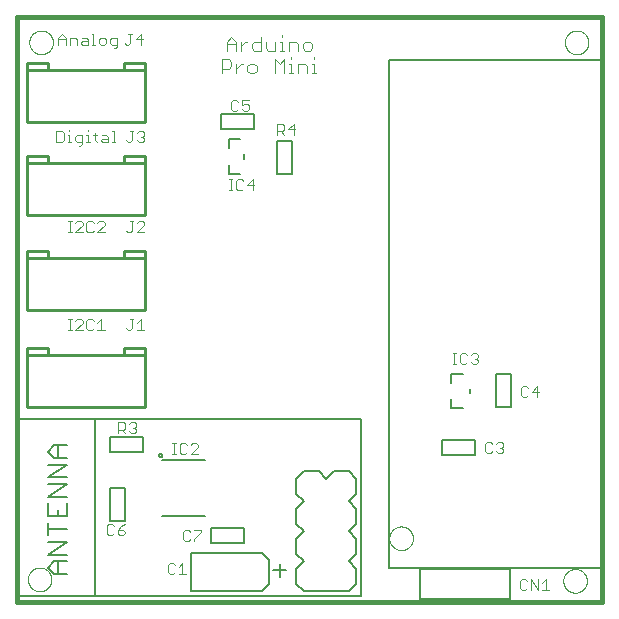
<source format=gto>
G75*
%MOIN*%
%OFA0B0*%
%FSLAX25Y25*%
%IPPOS*%
%LPD*%
%AMOC8*
5,1,8,0,0,1.08239X$1,22.5*
%
%ADD10C,0.00000*%
%ADD11C,0.01600*%
%ADD12C,0.00400*%
%ADD13C,0.00800*%
%ADD14C,0.00500*%
%ADD15C,0.01000*%
%ADD16C,0.00600*%
D10*
X0005834Y0009308D02*
X0005836Y0009433D01*
X0005842Y0009558D01*
X0005852Y0009682D01*
X0005866Y0009806D01*
X0005883Y0009930D01*
X0005905Y0010053D01*
X0005931Y0010175D01*
X0005960Y0010297D01*
X0005993Y0010417D01*
X0006031Y0010536D01*
X0006071Y0010655D01*
X0006116Y0010771D01*
X0006164Y0010886D01*
X0006216Y0011000D01*
X0006272Y0011112D01*
X0006331Y0011222D01*
X0006393Y0011330D01*
X0006459Y0011437D01*
X0006528Y0011541D01*
X0006601Y0011642D01*
X0006676Y0011742D01*
X0006755Y0011839D01*
X0006837Y0011933D01*
X0006922Y0012025D01*
X0007009Y0012114D01*
X0007100Y0012200D01*
X0007193Y0012283D01*
X0007289Y0012364D01*
X0007387Y0012441D01*
X0007487Y0012515D01*
X0007590Y0012586D01*
X0007695Y0012653D01*
X0007803Y0012718D01*
X0007912Y0012778D01*
X0008023Y0012836D01*
X0008136Y0012889D01*
X0008250Y0012939D01*
X0008366Y0012986D01*
X0008483Y0013028D01*
X0008602Y0013067D01*
X0008722Y0013103D01*
X0008843Y0013134D01*
X0008965Y0013162D01*
X0009087Y0013185D01*
X0009211Y0013205D01*
X0009335Y0013221D01*
X0009459Y0013233D01*
X0009584Y0013241D01*
X0009709Y0013245D01*
X0009833Y0013245D01*
X0009958Y0013241D01*
X0010083Y0013233D01*
X0010207Y0013221D01*
X0010331Y0013205D01*
X0010455Y0013185D01*
X0010577Y0013162D01*
X0010699Y0013134D01*
X0010820Y0013103D01*
X0010940Y0013067D01*
X0011059Y0013028D01*
X0011176Y0012986D01*
X0011292Y0012939D01*
X0011406Y0012889D01*
X0011519Y0012836D01*
X0011630Y0012778D01*
X0011740Y0012718D01*
X0011847Y0012653D01*
X0011952Y0012586D01*
X0012055Y0012515D01*
X0012155Y0012441D01*
X0012253Y0012364D01*
X0012349Y0012283D01*
X0012442Y0012200D01*
X0012533Y0012114D01*
X0012620Y0012025D01*
X0012705Y0011933D01*
X0012787Y0011839D01*
X0012866Y0011742D01*
X0012941Y0011642D01*
X0013014Y0011541D01*
X0013083Y0011437D01*
X0013149Y0011330D01*
X0013211Y0011222D01*
X0013270Y0011112D01*
X0013326Y0011000D01*
X0013378Y0010886D01*
X0013426Y0010771D01*
X0013471Y0010655D01*
X0013511Y0010536D01*
X0013549Y0010417D01*
X0013582Y0010297D01*
X0013611Y0010175D01*
X0013637Y0010053D01*
X0013659Y0009930D01*
X0013676Y0009806D01*
X0013690Y0009682D01*
X0013700Y0009558D01*
X0013706Y0009433D01*
X0013708Y0009308D01*
X0013706Y0009183D01*
X0013700Y0009058D01*
X0013690Y0008934D01*
X0013676Y0008810D01*
X0013659Y0008686D01*
X0013637Y0008563D01*
X0013611Y0008441D01*
X0013582Y0008319D01*
X0013549Y0008199D01*
X0013511Y0008080D01*
X0013471Y0007961D01*
X0013426Y0007845D01*
X0013378Y0007730D01*
X0013326Y0007616D01*
X0013270Y0007504D01*
X0013211Y0007394D01*
X0013149Y0007286D01*
X0013083Y0007179D01*
X0013014Y0007075D01*
X0012941Y0006974D01*
X0012866Y0006874D01*
X0012787Y0006777D01*
X0012705Y0006683D01*
X0012620Y0006591D01*
X0012533Y0006502D01*
X0012442Y0006416D01*
X0012349Y0006333D01*
X0012253Y0006252D01*
X0012155Y0006175D01*
X0012055Y0006101D01*
X0011952Y0006030D01*
X0011847Y0005963D01*
X0011739Y0005898D01*
X0011630Y0005838D01*
X0011519Y0005780D01*
X0011406Y0005727D01*
X0011292Y0005677D01*
X0011176Y0005630D01*
X0011059Y0005588D01*
X0010940Y0005549D01*
X0010820Y0005513D01*
X0010699Y0005482D01*
X0010577Y0005454D01*
X0010455Y0005431D01*
X0010331Y0005411D01*
X0010207Y0005395D01*
X0010083Y0005383D01*
X0009958Y0005375D01*
X0009833Y0005371D01*
X0009709Y0005371D01*
X0009584Y0005375D01*
X0009459Y0005383D01*
X0009335Y0005395D01*
X0009211Y0005411D01*
X0009087Y0005431D01*
X0008965Y0005454D01*
X0008843Y0005482D01*
X0008722Y0005513D01*
X0008602Y0005549D01*
X0008483Y0005588D01*
X0008366Y0005630D01*
X0008250Y0005677D01*
X0008136Y0005727D01*
X0008023Y0005780D01*
X0007912Y0005838D01*
X0007802Y0005898D01*
X0007695Y0005963D01*
X0007590Y0006030D01*
X0007487Y0006101D01*
X0007387Y0006175D01*
X0007289Y0006252D01*
X0007193Y0006333D01*
X0007100Y0006416D01*
X0007009Y0006502D01*
X0006922Y0006591D01*
X0006837Y0006683D01*
X0006755Y0006777D01*
X0006676Y0006874D01*
X0006601Y0006974D01*
X0006528Y0007075D01*
X0006459Y0007179D01*
X0006393Y0007286D01*
X0006331Y0007394D01*
X0006272Y0007504D01*
X0006216Y0007616D01*
X0006164Y0007730D01*
X0006116Y0007845D01*
X0006071Y0007961D01*
X0006031Y0008080D01*
X0005993Y0008199D01*
X0005960Y0008319D01*
X0005931Y0008441D01*
X0005905Y0008563D01*
X0005883Y0008686D01*
X0005866Y0008810D01*
X0005852Y0008934D01*
X0005842Y0009058D01*
X0005836Y0009183D01*
X0005834Y0009308D01*
X0126315Y0023005D02*
X0126317Y0023130D01*
X0126323Y0023255D01*
X0126333Y0023379D01*
X0126347Y0023503D01*
X0126364Y0023627D01*
X0126386Y0023750D01*
X0126412Y0023872D01*
X0126441Y0023994D01*
X0126474Y0024114D01*
X0126512Y0024233D01*
X0126552Y0024352D01*
X0126597Y0024468D01*
X0126645Y0024583D01*
X0126697Y0024697D01*
X0126753Y0024809D01*
X0126812Y0024919D01*
X0126874Y0025027D01*
X0126940Y0025134D01*
X0127009Y0025238D01*
X0127082Y0025339D01*
X0127157Y0025439D01*
X0127236Y0025536D01*
X0127318Y0025630D01*
X0127403Y0025722D01*
X0127490Y0025811D01*
X0127581Y0025897D01*
X0127674Y0025980D01*
X0127770Y0026061D01*
X0127868Y0026138D01*
X0127968Y0026212D01*
X0128071Y0026283D01*
X0128176Y0026350D01*
X0128284Y0026415D01*
X0128393Y0026475D01*
X0128504Y0026533D01*
X0128617Y0026586D01*
X0128731Y0026636D01*
X0128847Y0026683D01*
X0128964Y0026725D01*
X0129083Y0026764D01*
X0129203Y0026800D01*
X0129324Y0026831D01*
X0129446Y0026859D01*
X0129568Y0026882D01*
X0129692Y0026902D01*
X0129816Y0026918D01*
X0129940Y0026930D01*
X0130065Y0026938D01*
X0130190Y0026942D01*
X0130314Y0026942D01*
X0130439Y0026938D01*
X0130564Y0026930D01*
X0130688Y0026918D01*
X0130812Y0026902D01*
X0130936Y0026882D01*
X0131058Y0026859D01*
X0131180Y0026831D01*
X0131301Y0026800D01*
X0131421Y0026764D01*
X0131540Y0026725D01*
X0131657Y0026683D01*
X0131773Y0026636D01*
X0131887Y0026586D01*
X0132000Y0026533D01*
X0132111Y0026475D01*
X0132221Y0026415D01*
X0132328Y0026350D01*
X0132433Y0026283D01*
X0132536Y0026212D01*
X0132636Y0026138D01*
X0132734Y0026061D01*
X0132830Y0025980D01*
X0132923Y0025897D01*
X0133014Y0025811D01*
X0133101Y0025722D01*
X0133186Y0025630D01*
X0133268Y0025536D01*
X0133347Y0025439D01*
X0133422Y0025339D01*
X0133495Y0025238D01*
X0133564Y0025134D01*
X0133630Y0025027D01*
X0133692Y0024919D01*
X0133751Y0024809D01*
X0133807Y0024697D01*
X0133859Y0024583D01*
X0133907Y0024468D01*
X0133952Y0024352D01*
X0133992Y0024233D01*
X0134030Y0024114D01*
X0134063Y0023994D01*
X0134092Y0023872D01*
X0134118Y0023750D01*
X0134140Y0023627D01*
X0134157Y0023503D01*
X0134171Y0023379D01*
X0134181Y0023255D01*
X0134187Y0023130D01*
X0134189Y0023005D01*
X0134187Y0022880D01*
X0134181Y0022755D01*
X0134171Y0022631D01*
X0134157Y0022507D01*
X0134140Y0022383D01*
X0134118Y0022260D01*
X0134092Y0022138D01*
X0134063Y0022016D01*
X0134030Y0021896D01*
X0133992Y0021777D01*
X0133952Y0021658D01*
X0133907Y0021542D01*
X0133859Y0021427D01*
X0133807Y0021313D01*
X0133751Y0021201D01*
X0133692Y0021091D01*
X0133630Y0020983D01*
X0133564Y0020876D01*
X0133495Y0020772D01*
X0133422Y0020671D01*
X0133347Y0020571D01*
X0133268Y0020474D01*
X0133186Y0020380D01*
X0133101Y0020288D01*
X0133014Y0020199D01*
X0132923Y0020113D01*
X0132830Y0020030D01*
X0132734Y0019949D01*
X0132636Y0019872D01*
X0132536Y0019798D01*
X0132433Y0019727D01*
X0132328Y0019660D01*
X0132220Y0019595D01*
X0132111Y0019535D01*
X0132000Y0019477D01*
X0131887Y0019424D01*
X0131773Y0019374D01*
X0131657Y0019327D01*
X0131540Y0019285D01*
X0131421Y0019246D01*
X0131301Y0019210D01*
X0131180Y0019179D01*
X0131058Y0019151D01*
X0130936Y0019128D01*
X0130812Y0019108D01*
X0130688Y0019092D01*
X0130564Y0019080D01*
X0130439Y0019072D01*
X0130314Y0019068D01*
X0130190Y0019068D01*
X0130065Y0019072D01*
X0129940Y0019080D01*
X0129816Y0019092D01*
X0129692Y0019108D01*
X0129568Y0019128D01*
X0129446Y0019151D01*
X0129324Y0019179D01*
X0129203Y0019210D01*
X0129083Y0019246D01*
X0128964Y0019285D01*
X0128847Y0019327D01*
X0128731Y0019374D01*
X0128617Y0019424D01*
X0128504Y0019477D01*
X0128393Y0019535D01*
X0128283Y0019595D01*
X0128176Y0019660D01*
X0128071Y0019727D01*
X0127968Y0019798D01*
X0127868Y0019872D01*
X0127770Y0019949D01*
X0127674Y0020030D01*
X0127581Y0020113D01*
X0127490Y0020199D01*
X0127403Y0020288D01*
X0127318Y0020380D01*
X0127236Y0020474D01*
X0127157Y0020571D01*
X0127082Y0020671D01*
X0127009Y0020772D01*
X0126940Y0020876D01*
X0126874Y0020983D01*
X0126812Y0021091D01*
X0126753Y0021201D01*
X0126697Y0021313D01*
X0126645Y0021427D01*
X0126597Y0021542D01*
X0126552Y0021658D01*
X0126512Y0021777D01*
X0126474Y0021896D01*
X0126441Y0022016D01*
X0126412Y0022138D01*
X0126386Y0022260D01*
X0126364Y0022383D01*
X0126347Y0022507D01*
X0126333Y0022631D01*
X0126323Y0022755D01*
X0126317Y0022880D01*
X0126315Y0023005D01*
X0184319Y0008800D02*
X0184321Y0008925D01*
X0184327Y0009050D01*
X0184337Y0009174D01*
X0184351Y0009298D01*
X0184368Y0009422D01*
X0184390Y0009545D01*
X0184416Y0009667D01*
X0184445Y0009789D01*
X0184478Y0009909D01*
X0184516Y0010028D01*
X0184556Y0010147D01*
X0184601Y0010263D01*
X0184649Y0010378D01*
X0184701Y0010492D01*
X0184757Y0010604D01*
X0184816Y0010714D01*
X0184878Y0010822D01*
X0184944Y0010929D01*
X0185013Y0011033D01*
X0185086Y0011134D01*
X0185161Y0011234D01*
X0185240Y0011331D01*
X0185322Y0011425D01*
X0185407Y0011517D01*
X0185494Y0011606D01*
X0185585Y0011692D01*
X0185678Y0011775D01*
X0185774Y0011856D01*
X0185872Y0011933D01*
X0185972Y0012007D01*
X0186075Y0012078D01*
X0186180Y0012145D01*
X0186288Y0012210D01*
X0186397Y0012270D01*
X0186508Y0012328D01*
X0186621Y0012381D01*
X0186735Y0012431D01*
X0186851Y0012478D01*
X0186968Y0012520D01*
X0187087Y0012559D01*
X0187207Y0012595D01*
X0187328Y0012626D01*
X0187450Y0012654D01*
X0187572Y0012677D01*
X0187696Y0012697D01*
X0187820Y0012713D01*
X0187944Y0012725D01*
X0188069Y0012733D01*
X0188194Y0012737D01*
X0188318Y0012737D01*
X0188443Y0012733D01*
X0188568Y0012725D01*
X0188692Y0012713D01*
X0188816Y0012697D01*
X0188940Y0012677D01*
X0189062Y0012654D01*
X0189184Y0012626D01*
X0189305Y0012595D01*
X0189425Y0012559D01*
X0189544Y0012520D01*
X0189661Y0012478D01*
X0189777Y0012431D01*
X0189891Y0012381D01*
X0190004Y0012328D01*
X0190115Y0012270D01*
X0190225Y0012210D01*
X0190332Y0012145D01*
X0190437Y0012078D01*
X0190540Y0012007D01*
X0190640Y0011933D01*
X0190738Y0011856D01*
X0190834Y0011775D01*
X0190927Y0011692D01*
X0191018Y0011606D01*
X0191105Y0011517D01*
X0191190Y0011425D01*
X0191272Y0011331D01*
X0191351Y0011234D01*
X0191426Y0011134D01*
X0191499Y0011033D01*
X0191568Y0010929D01*
X0191634Y0010822D01*
X0191696Y0010714D01*
X0191755Y0010604D01*
X0191811Y0010492D01*
X0191863Y0010378D01*
X0191911Y0010263D01*
X0191956Y0010147D01*
X0191996Y0010028D01*
X0192034Y0009909D01*
X0192067Y0009789D01*
X0192096Y0009667D01*
X0192122Y0009545D01*
X0192144Y0009422D01*
X0192161Y0009298D01*
X0192175Y0009174D01*
X0192185Y0009050D01*
X0192191Y0008925D01*
X0192193Y0008800D01*
X0192191Y0008675D01*
X0192185Y0008550D01*
X0192175Y0008426D01*
X0192161Y0008302D01*
X0192144Y0008178D01*
X0192122Y0008055D01*
X0192096Y0007933D01*
X0192067Y0007811D01*
X0192034Y0007691D01*
X0191996Y0007572D01*
X0191956Y0007453D01*
X0191911Y0007337D01*
X0191863Y0007222D01*
X0191811Y0007108D01*
X0191755Y0006996D01*
X0191696Y0006886D01*
X0191634Y0006778D01*
X0191568Y0006671D01*
X0191499Y0006567D01*
X0191426Y0006466D01*
X0191351Y0006366D01*
X0191272Y0006269D01*
X0191190Y0006175D01*
X0191105Y0006083D01*
X0191018Y0005994D01*
X0190927Y0005908D01*
X0190834Y0005825D01*
X0190738Y0005744D01*
X0190640Y0005667D01*
X0190540Y0005593D01*
X0190437Y0005522D01*
X0190332Y0005455D01*
X0190224Y0005390D01*
X0190115Y0005330D01*
X0190004Y0005272D01*
X0189891Y0005219D01*
X0189777Y0005169D01*
X0189661Y0005122D01*
X0189544Y0005080D01*
X0189425Y0005041D01*
X0189305Y0005005D01*
X0189184Y0004974D01*
X0189062Y0004946D01*
X0188940Y0004923D01*
X0188816Y0004903D01*
X0188692Y0004887D01*
X0188568Y0004875D01*
X0188443Y0004867D01*
X0188318Y0004863D01*
X0188194Y0004863D01*
X0188069Y0004867D01*
X0187944Y0004875D01*
X0187820Y0004887D01*
X0187696Y0004903D01*
X0187572Y0004923D01*
X0187450Y0004946D01*
X0187328Y0004974D01*
X0187207Y0005005D01*
X0187087Y0005041D01*
X0186968Y0005080D01*
X0186851Y0005122D01*
X0186735Y0005169D01*
X0186621Y0005219D01*
X0186508Y0005272D01*
X0186397Y0005330D01*
X0186287Y0005390D01*
X0186180Y0005455D01*
X0186075Y0005522D01*
X0185972Y0005593D01*
X0185872Y0005667D01*
X0185774Y0005744D01*
X0185678Y0005825D01*
X0185585Y0005908D01*
X0185494Y0005994D01*
X0185407Y0006083D01*
X0185322Y0006175D01*
X0185240Y0006269D01*
X0185161Y0006366D01*
X0185086Y0006466D01*
X0185013Y0006567D01*
X0184944Y0006671D01*
X0184878Y0006778D01*
X0184816Y0006886D01*
X0184757Y0006996D01*
X0184701Y0007108D01*
X0184649Y0007222D01*
X0184601Y0007337D01*
X0184556Y0007453D01*
X0184516Y0007572D01*
X0184478Y0007691D01*
X0184445Y0007811D01*
X0184416Y0007933D01*
X0184390Y0008055D01*
X0184368Y0008178D01*
X0184351Y0008302D01*
X0184337Y0008426D01*
X0184327Y0008550D01*
X0184321Y0008675D01*
X0184319Y0008800D01*
X0184834Y0188308D02*
X0184836Y0188433D01*
X0184842Y0188558D01*
X0184852Y0188682D01*
X0184866Y0188806D01*
X0184883Y0188930D01*
X0184905Y0189053D01*
X0184931Y0189175D01*
X0184960Y0189297D01*
X0184993Y0189417D01*
X0185031Y0189536D01*
X0185071Y0189655D01*
X0185116Y0189771D01*
X0185164Y0189886D01*
X0185216Y0190000D01*
X0185272Y0190112D01*
X0185331Y0190222D01*
X0185393Y0190330D01*
X0185459Y0190437D01*
X0185528Y0190541D01*
X0185601Y0190642D01*
X0185676Y0190742D01*
X0185755Y0190839D01*
X0185837Y0190933D01*
X0185922Y0191025D01*
X0186009Y0191114D01*
X0186100Y0191200D01*
X0186193Y0191283D01*
X0186289Y0191364D01*
X0186387Y0191441D01*
X0186487Y0191515D01*
X0186590Y0191586D01*
X0186695Y0191653D01*
X0186803Y0191718D01*
X0186912Y0191778D01*
X0187023Y0191836D01*
X0187136Y0191889D01*
X0187250Y0191939D01*
X0187366Y0191986D01*
X0187483Y0192028D01*
X0187602Y0192067D01*
X0187722Y0192103D01*
X0187843Y0192134D01*
X0187965Y0192162D01*
X0188087Y0192185D01*
X0188211Y0192205D01*
X0188335Y0192221D01*
X0188459Y0192233D01*
X0188584Y0192241D01*
X0188709Y0192245D01*
X0188833Y0192245D01*
X0188958Y0192241D01*
X0189083Y0192233D01*
X0189207Y0192221D01*
X0189331Y0192205D01*
X0189455Y0192185D01*
X0189577Y0192162D01*
X0189699Y0192134D01*
X0189820Y0192103D01*
X0189940Y0192067D01*
X0190059Y0192028D01*
X0190176Y0191986D01*
X0190292Y0191939D01*
X0190406Y0191889D01*
X0190519Y0191836D01*
X0190630Y0191778D01*
X0190740Y0191718D01*
X0190847Y0191653D01*
X0190952Y0191586D01*
X0191055Y0191515D01*
X0191155Y0191441D01*
X0191253Y0191364D01*
X0191349Y0191283D01*
X0191442Y0191200D01*
X0191533Y0191114D01*
X0191620Y0191025D01*
X0191705Y0190933D01*
X0191787Y0190839D01*
X0191866Y0190742D01*
X0191941Y0190642D01*
X0192014Y0190541D01*
X0192083Y0190437D01*
X0192149Y0190330D01*
X0192211Y0190222D01*
X0192270Y0190112D01*
X0192326Y0190000D01*
X0192378Y0189886D01*
X0192426Y0189771D01*
X0192471Y0189655D01*
X0192511Y0189536D01*
X0192549Y0189417D01*
X0192582Y0189297D01*
X0192611Y0189175D01*
X0192637Y0189053D01*
X0192659Y0188930D01*
X0192676Y0188806D01*
X0192690Y0188682D01*
X0192700Y0188558D01*
X0192706Y0188433D01*
X0192708Y0188308D01*
X0192706Y0188183D01*
X0192700Y0188058D01*
X0192690Y0187934D01*
X0192676Y0187810D01*
X0192659Y0187686D01*
X0192637Y0187563D01*
X0192611Y0187441D01*
X0192582Y0187319D01*
X0192549Y0187199D01*
X0192511Y0187080D01*
X0192471Y0186961D01*
X0192426Y0186845D01*
X0192378Y0186730D01*
X0192326Y0186616D01*
X0192270Y0186504D01*
X0192211Y0186394D01*
X0192149Y0186286D01*
X0192083Y0186179D01*
X0192014Y0186075D01*
X0191941Y0185974D01*
X0191866Y0185874D01*
X0191787Y0185777D01*
X0191705Y0185683D01*
X0191620Y0185591D01*
X0191533Y0185502D01*
X0191442Y0185416D01*
X0191349Y0185333D01*
X0191253Y0185252D01*
X0191155Y0185175D01*
X0191055Y0185101D01*
X0190952Y0185030D01*
X0190847Y0184963D01*
X0190739Y0184898D01*
X0190630Y0184838D01*
X0190519Y0184780D01*
X0190406Y0184727D01*
X0190292Y0184677D01*
X0190176Y0184630D01*
X0190059Y0184588D01*
X0189940Y0184549D01*
X0189820Y0184513D01*
X0189699Y0184482D01*
X0189577Y0184454D01*
X0189455Y0184431D01*
X0189331Y0184411D01*
X0189207Y0184395D01*
X0189083Y0184383D01*
X0188958Y0184375D01*
X0188833Y0184371D01*
X0188709Y0184371D01*
X0188584Y0184375D01*
X0188459Y0184383D01*
X0188335Y0184395D01*
X0188211Y0184411D01*
X0188087Y0184431D01*
X0187965Y0184454D01*
X0187843Y0184482D01*
X0187722Y0184513D01*
X0187602Y0184549D01*
X0187483Y0184588D01*
X0187366Y0184630D01*
X0187250Y0184677D01*
X0187136Y0184727D01*
X0187023Y0184780D01*
X0186912Y0184838D01*
X0186802Y0184898D01*
X0186695Y0184963D01*
X0186590Y0185030D01*
X0186487Y0185101D01*
X0186387Y0185175D01*
X0186289Y0185252D01*
X0186193Y0185333D01*
X0186100Y0185416D01*
X0186009Y0185502D01*
X0185922Y0185591D01*
X0185837Y0185683D01*
X0185755Y0185777D01*
X0185676Y0185874D01*
X0185601Y0185974D01*
X0185528Y0186075D01*
X0185459Y0186179D01*
X0185393Y0186286D01*
X0185331Y0186394D01*
X0185272Y0186504D01*
X0185216Y0186616D01*
X0185164Y0186730D01*
X0185116Y0186845D01*
X0185071Y0186961D01*
X0185031Y0187080D01*
X0184993Y0187199D01*
X0184960Y0187319D01*
X0184931Y0187441D01*
X0184905Y0187563D01*
X0184883Y0187686D01*
X0184866Y0187810D01*
X0184852Y0187934D01*
X0184842Y0188058D01*
X0184836Y0188183D01*
X0184834Y0188308D01*
X0006334Y0188308D02*
X0006336Y0188433D01*
X0006342Y0188558D01*
X0006352Y0188682D01*
X0006366Y0188806D01*
X0006383Y0188930D01*
X0006405Y0189053D01*
X0006431Y0189175D01*
X0006460Y0189297D01*
X0006493Y0189417D01*
X0006531Y0189536D01*
X0006571Y0189655D01*
X0006616Y0189771D01*
X0006664Y0189886D01*
X0006716Y0190000D01*
X0006772Y0190112D01*
X0006831Y0190222D01*
X0006893Y0190330D01*
X0006959Y0190437D01*
X0007028Y0190541D01*
X0007101Y0190642D01*
X0007176Y0190742D01*
X0007255Y0190839D01*
X0007337Y0190933D01*
X0007422Y0191025D01*
X0007509Y0191114D01*
X0007600Y0191200D01*
X0007693Y0191283D01*
X0007789Y0191364D01*
X0007887Y0191441D01*
X0007987Y0191515D01*
X0008090Y0191586D01*
X0008195Y0191653D01*
X0008303Y0191718D01*
X0008412Y0191778D01*
X0008523Y0191836D01*
X0008636Y0191889D01*
X0008750Y0191939D01*
X0008866Y0191986D01*
X0008983Y0192028D01*
X0009102Y0192067D01*
X0009222Y0192103D01*
X0009343Y0192134D01*
X0009465Y0192162D01*
X0009587Y0192185D01*
X0009711Y0192205D01*
X0009835Y0192221D01*
X0009959Y0192233D01*
X0010084Y0192241D01*
X0010209Y0192245D01*
X0010333Y0192245D01*
X0010458Y0192241D01*
X0010583Y0192233D01*
X0010707Y0192221D01*
X0010831Y0192205D01*
X0010955Y0192185D01*
X0011077Y0192162D01*
X0011199Y0192134D01*
X0011320Y0192103D01*
X0011440Y0192067D01*
X0011559Y0192028D01*
X0011676Y0191986D01*
X0011792Y0191939D01*
X0011906Y0191889D01*
X0012019Y0191836D01*
X0012130Y0191778D01*
X0012240Y0191718D01*
X0012347Y0191653D01*
X0012452Y0191586D01*
X0012555Y0191515D01*
X0012655Y0191441D01*
X0012753Y0191364D01*
X0012849Y0191283D01*
X0012942Y0191200D01*
X0013033Y0191114D01*
X0013120Y0191025D01*
X0013205Y0190933D01*
X0013287Y0190839D01*
X0013366Y0190742D01*
X0013441Y0190642D01*
X0013514Y0190541D01*
X0013583Y0190437D01*
X0013649Y0190330D01*
X0013711Y0190222D01*
X0013770Y0190112D01*
X0013826Y0190000D01*
X0013878Y0189886D01*
X0013926Y0189771D01*
X0013971Y0189655D01*
X0014011Y0189536D01*
X0014049Y0189417D01*
X0014082Y0189297D01*
X0014111Y0189175D01*
X0014137Y0189053D01*
X0014159Y0188930D01*
X0014176Y0188806D01*
X0014190Y0188682D01*
X0014200Y0188558D01*
X0014206Y0188433D01*
X0014208Y0188308D01*
X0014206Y0188183D01*
X0014200Y0188058D01*
X0014190Y0187934D01*
X0014176Y0187810D01*
X0014159Y0187686D01*
X0014137Y0187563D01*
X0014111Y0187441D01*
X0014082Y0187319D01*
X0014049Y0187199D01*
X0014011Y0187080D01*
X0013971Y0186961D01*
X0013926Y0186845D01*
X0013878Y0186730D01*
X0013826Y0186616D01*
X0013770Y0186504D01*
X0013711Y0186394D01*
X0013649Y0186286D01*
X0013583Y0186179D01*
X0013514Y0186075D01*
X0013441Y0185974D01*
X0013366Y0185874D01*
X0013287Y0185777D01*
X0013205Y0185683D01*
X0013120Y0185591D01*
X0013033Y0185502D01*
X0012942Y0185416D01*
X0012849Y0185333D01*
X0012753Y0185252D01*
X0012655Y0185175D01*
X0012555Y0185101D01*
X0012452Y0185030D01*
X0012347Y0184963D01*
X0012239Y0184898D01*
X0012130Y0184838D01*
X0012019Y0184780D01*
X0011906Y0184727D01*
X0011792Y0184677D01*
X0011676Y0184630D01*
X0011559Y0184588D01*
X0011440Y0184549D01*
X0011320Y0184513D01*
X0011199Y0184482D01*
X0011077Y0184454D01*
X0010955Y0184431D01*
X0010831Y0184411D01*
X0010707Y0184395D01*
X0010583Y0184383D01*
X0010458Y0184375D01*
X0010333Y0184371D01*
X0010209Y0184371D01*
X0010084Y0184375D01*
X0009959Y0184383D01*
X0009835Y0184395D01*
X0009711Y0184411D01*
X0009587Y0184431D01*
X0009465Y0184454D01*
X0009343Y0184482D01*
X0009222Y0184513D01*
X0009102Y0184549D01*
X0008983Y0184588D01*
X0008866Y0184630D01*
X0008750Y0184677D01*
X0008636Y0184727D01*
X0008523Y0184780D01*
X0008412Y0184838D01*
X0008302Y0184898D01*
X0008195Y0184963D01*
X0008090Y0185030D01*
X0007987Y0185101D01*
X0007887Y0185175D01*
X0007789Y0185252D01*
X0007693Y0185333D01*
X0007600Y0185416D01*
X0007509Y0185502D01*
X0007422Y0185591D01*
X0007337Y0185683D01*
X0007255Y0185777D01*
X0007176Y0185874D01*
X0007101Y0185974D01*
X0007028Y0186075D01*
X0006959Y0186179D01*
X0006893Y0186286D01*
X0006831Y0186394D01*
X0006772Y0186504D01*
X0006716Y0186616D01*
X0006664Y0186730D01*
X0006616Y0186845D01*
X0006571Y0186961D01*
X0006531Y0187080D01*
X0006493Y0187199D01*
X0006460Y0187319D01*
X0006431Y0187441D01*
X0006405Y0187563D01*
X0006383Y0187686D01*
X0006366Y0187810D01*
X0006352Y0187934D01*
X0006342Y0188058D01*
X0006336Y0188183D01*
X0006334Y0188308D01*
D11*
X0002271Y0001808D02*
X0197122Y0001808D01*
X0197122Y0196658D01*
X0002271Y0196658D01*
X0002271Y0001808D01*
D12*
X0032105Y0024608D02*
X0032705Y0024008D01*
X0033907Y0024008D01*
X0034507Y0024608D01*
X0035788Y0024608D02*
X0036389Y0024008D01*
X0037590Y0024008D01*
X0038190Y0024608D01*
X0038190Y0025209D01*
X0037590Y0025809D01*
X0035788Y0025809D01*
X0035788Y0024608D01*
X0035788Y0025809D02*
X0036989Y0027010D01*
X0038190Y0027611D01*
X0034507Y0027010D02*
X0033907Y0027611D01*
X0032705Y0027611D01*
X0032105Y0027010D01*
X0032105Y0024608D01*
X0052471Y0014010D02*
X0052471Y0011608D01*
X0053072Y0011008D01*
X0054273Y0011008D01*
X0054873Y0011608D01*
X0056154Y0011008D02*
X0058556Y0011008D01*
X0057355Y0011008D02*
X0057355Y0014611D01*
X0056154Y0013410D01*
X0054873Y0014010D02*
X0054273Y0014611D01*
X0053072Y0014611D01*
X0052471Y0014010D01*
X0058205Y0022008D02*
X0057605Y0022608D01*
X0057605Y0025010D01*
X0058205Y0025611D01*
X0059407Y0025611D01*
X0060007Y0025010D01*
X0061288Y0025611D02*
X0063690Y0025611D01*
X0063690Y0025010D01*
X0061288Y0022608D01*
X0061288Y0022008D01*
X0060007Y0022608D02*
X0059407Y0022008D01*
X0058205Y0022008D01*
X0058228Y0051008D02*
X0057027Y0051008D01*
X0056427Y0051608D01*
X0056427Y0054010D01*
X0057027Y0054611D01*
X0058228Y0054611D01*
X0058829Y0054010D01*
X0060110Y0054010D02*
X0060710Y0054611D01*
X0061911Y0054611D01*
X0062512Y0054010D01*
X0062512Y0053410D01*
X0060110Y0051008D01*
X0062512Y0051008D01*
X0058829Y0051608D02*
X0058228Y0051008D01*
X0055172Y0051008D02*
X0053971Y0051008D01*
X0054572Y0051008D02*
X0054572Y0054611D01*
X0055172Y0054611D02*
X0053971Y0054611D01*
X0042056Y0058608D02*
X0041456Y0058008D01*
X0040255Y0058008D01*
X0039654Y0058608D01*
X0038373Y0058008D02*
X0037172Y0059209D01*
X0037773Y0059209D02*
X0035971Y0059209D01*
X0035971Y0058008D02*
X0035971Y0061611D01*
X0037773Y0061611D01*
X0038373Y0061010D01*
X0038373Y0059809D01*
X0037773Y0059209D01*
X0039654Y0061010D02*
X0040255Y0061611D01*
X0041456Y0061611D01*
X0042056Y0061010D01*
X0042056Y0060410D01*
X0041456Y0059809D01*
X0042056Y0059209D01*
X0042056Y0058608D01*
X0041456Y0059809D02*
X0040855Y0059809D01*
X0039798Y0092492D02*
X0039198Y0092492D01*
X0038597Y0093093D01*
X0039798Y0092492D02*
X0040399Y0093093D01*
X0040399Y0096095D01*
X0040999Y0096095D02*
X0039798Y0096095D01*
X0042280Y0094894D02*
X0043481Y0096095D01*
X0043481Y0092492D01*
X0042280Y0092492D02*
X0044682Y0092492D01*
X0031454Y0092492D02*
X0029052Y0092492D01*
X0030253Y0092492D02*
X0030253Y0096095D01*
X0029052Y0094894D01*
X0027771Y0095495D02*
X0027170Y0096095D01*
X0025969Y0096095D01*
X0025369Y0095495D01*
X0025369Y0093093D01*
X0025969Y0092492D01*
X0027170Y0092492D01*
X0027771Y0093093D01*
X0024088Y0092492D02*
X0021686Y0092492D01*
X0024088Y0094894D01*
X0024088Y0095495D01*
X0023487Y0096095D01*
X0022286Y0096095D01*
X0021686Y0095495D01*
X0020431Y0096095D02*
X0019230Y0096095D01*
X0019831Y0096095D02*
X0019831Y0092492D01*
X0020431Y0092492D02*
X0019230Y0092492D01*
X0019230Y0124992D02*
X0020431Y0124992D01*
X0019831Y0124992D02*
X0019831Y0128595D01*
X0020431Y0128595D02*
X0019230Y0128595D01*
X0021686Y0127995D02*
X0022286Y0128595D01*
X0023487Y0128595D01*
X0024088Y0127995D01*
X0024088Y0127394D01*
X0021686Y0124992D01*
X0024088Y0124992D01*
X0025369Y0125593D02*
X0025969Y0124992D01*
X0027170Y0124992D01*
X0027771Y0125593D01*
X0029052Y0124992D02*
X0031454Y0127394D01*
X0031454Y0127995D01*
X0030853Y0128595D01*
X0029652Y0128595D01*
X0029052Y0127995D01*
X0027771Y0127995D02*
X0027170Y0128595D01*
X0025969Y0128595D01*
X0025369Y0127995D01*
X0025369Y0125593D01*
X0029052Y0124992D02*
X0031454Y0124992D01*
X0038597Y0125593D02*
X0039198Y0124992D01*
X0039798Y0124992D01*
X0040399Y0125593D01*
X0040399Y0128595D01*
X0040999Y0128595D02*
X0039798Y0128595D01*
X0042280Y0127995D02*
X0042881Y0128595D01*
X0044082Y0128595D01*
X0044682Y0127995D01*
X0044682Y0127394D01*
X0042280Y0124992D01*
X0044682Y0124992D01*
X0072815Y0138992D02*
X0074016Y0138992D01*
X0073415Y0138992D02*
X0073415Y0142595D01*
X0072815Y0142595D02*
X0074016Y0142595D01*
X0075270Y0141995D02*
X0075270Y0139593D01*
X0075871Y0138992D01*
X0077072Y0138992D01*
X0077672Y0139593D01*
X0078953Y0140794D02*
X0081355Y0140794D01*
X0080755Y0142595D02*
X0080755Y0138992D01*
X0078953Y0140794D02*
X0080755Y0142595D01*
X0077672Y0141995D02*
X0077072Y0142595D01*
X0075871Y0142595D01*
X0075270Y0141995D01*
X0088971Y0157508D02*
X0088971Y0161111D01*
X0090773Y0161111D01*
X0091373Y0160510D01*
X0091373Y0159309D01*
X0090773Y0158709D01*
X0088971Y0158709D01*
X0090172Y0158709D02*
X0091373Y0157508D01*
X0092654Y0159309D02*
X0095056Y0159309D01*
X0094456Y0157508D02*
X0094456Y0161111D01*
X0092654Y0159309D01*
X0079556Y0166108D02*
X0078956Y0165508D01*
X0077755Y0165508D01*
X0077154Y0166108D01*
X0077154Y0167309D02*
X0078355Y0167910D01*
X0078956Y0167910D01*
X0079556Y0167309D01*
X0079556Y0166108D01*
X0077154Y0167309D02*
X0077154Y0169111D01*
X0079556Y0169111D01*
X0075873Y0168510D02*
X0075273Y0169111D01*
X0074072Y0169111D01*
X0073471Y0168510D01*
X0073471Y0166108D01*
X0074072Y0165508D01*
X0075273Y0165508D01*
X0075873Y0166108D01*
X0075192Y0178008D02*
X0075192Y0181077D01*
X0075192Y0179543D02*
X0076727Y0181077D01*
X0077494Y0181077D01*
X0079029Y0180310D02*
X0079029Y0178775D01*
X0079796Y0178008D01*
X0081330Y0178008D01*
X0082098Y0178775D01*
X0082098Y0180310D01*
X0081330Y0181077D01*
X0079796Y0181077D01*
X0079029Y0180310D01*
X0073657Y0180310D02*
X0072890Y0179543D01*
X0070588Y0179543D01*
X0070588Y0178008D02*
X0070588Y0182612D01*
X0072890Y0182612D01*
X0073657Y0181844D01*
X0073657Y0180310D01*
X0072123Y0185508D02*
X0072123Y0188577D01*
X0073657Y0190112D01*
X0075192Y0188577D01*
X0075192Y0185508D01*
X0076727Y0185508D02*
X0076727Y0188577D01*
X0076727Y0187043D02*
X0078261Y0188577D01*
X0079029Y0188577D01*
X0080563Y0187810D02*
X0080563Y0186275D01*
X0081330Y0185508D01*
X0083632Y0185508D01*
X0083632Y0190112D01*
X0083632Y0188577D02*
X0081330Y0188577D01*
X0080563Y0187810D01*
X0085167Y0188577D02*
X0085167Y0186275D01*
X0085934Y0185508D01*
X0088236Y0185508D01*
X0088236Y0188577D01*
X0089771Y0188577D02*
X0090538Y0188577D01*
X0090538Y0185508D01*
X0089771Y0185508D02*
X0091306Y0185508D01*
X0092840Y0185508D02*
X0092840Y0188577D01*
X0095142Y0188577D01*
X0095910Y0187810D01*
X0095910Y0185508D01*
X0097444Y0186275D02*
X0098212Y0185508D01*
X0099746Y0185508D01*
X0100514Y0186275D01*
X0100514Y0187810D01*
X0099746Y0188577D01*
X0098212Y0188577D01*
X0097444Y0187810D01*
X0097444Y0186275D01*
X0093608Y0183379D02*
X0093608Y0182612D01*
X0093608Y0181077D02*
X0093608Y0178008D01*
X0094375Y0178008D02*
X0092840Y0178008D01*
X0091306Y0178008D02*
X0091306Y0182612D01*
X0089771Y0181077D01*
X0088236Y0182612D01*
X0088236Y0178008D01*
X0092840Y0181077D02*
X0093608Y0181077D01*
X0095910Y0181077D02*
X0098212Y0181077D01*
X0098979Y0180310D01*
X0098979Y0178008D01*
X0100514Y0178008D02*
X0102048Y0178008D01*
X0101281Y0178008D02*
X0101281Y0181077D01*
X0100514Y0181077D01*
X0101281Y0182612D02*
X0101281Y0183379D01*
X0095910Y0181077D02*
X0095910Y0178008D01*
X0090538Y0190112D02*
X0090538Y0190879D01*
X0075192Y0187810D02*
X0072123Y0187810D01*
X0044190Y0189294D02*
X0041788Y0189294D01*
X0043590Y0191095D01*
X0043590Y0187492D01*
X0039907Y0188093D02*
X0039907Y0191095D01*
X0040507Y0191095D02*
X0039306Y0191095D01*
X0039907Y0188093D02*
X0039306Y0187492D01*
X0038705Y0187492D01*
X0038105Y0188093D01*
X0035643Y0187492D02*
X0033841Y0187492D01*
X0033241Y0188093D01*
X0033241Y0189294D01*
X0033841Y0189894D01*
X0035643Y0189894D01*
X0035643Y0186892D01*
X0035042Y0186291D01*
X0034442Y0186291D01*
X0031960Y0188093D02*
X0031960Y0189294D01*
X0031359Y0189894D01*
X0030158Y0189894D01*
X0029558Y0189294D01*
X0029558Y0188093D01*
X0030158Y0187492D01*
X0031359Y0187492D01*
X0031960Y0188093D01*
X0028303Y0187492D02*
X0027102Y0187492D01*
X0027703Y0187492D02*
X0027703Y0191095D01*
X0027102Y0191095D01*
X0025821Y0189294D02*
X0025821Y0187492D01*
X0024020Y0187492D01*
X0023419Y0188093D01*
X0024020Y0188693D01*
X0025821Y0188693D01*
X0025821Y0189294D02*
X0025221Y0189894D01*
X0024020Y0189894D01*
X0022138Y0189294D02*
X0022138Y0187492D01*
X0022138Y0189294D02*
X0021538Y0189894D01*
X0019736Y0189894D01*
X0019736Y0187492D01*
X0018455Y0187492D02*
X0018455Y0189894D01*
X0017254Y0191095D01*
X0016053Y0189894D01*
X0016053Y0187492D01*
X0016053Y0189294D02*
X0018455Y0189294D01*
X0019671Y0159235D02*
X0019671Y0158635D01*
X0019671Y0157434D02*
X0019671Y0155031D01*
X0019071Y0155031D02*
X0020272Y0155031D01*
X0021526Y0155632D02*
X0022127Y0155031D01*
X0023928Y0155031D01*
X0023928Y0154431D02*
X0023928Y0157434D01*
X0022127Y0157434D01*
X0021526Y0156833D01*
X0021526Y0155632D01*
X0022727Y0153830D02*
X0023328Y0153830D01*
X0023928Y0154431D01*
X0025209Y0155031D02*
X0026410Y0155031D01*
X0025810Y0155031D02*
X0025810Y0157434D01*
X0025209Y0157434D01*
X0025810Y0158635D02*
X0025810Y0159235D01*
X0027665Y0157434D02*
X0028866Y0157434D01*
X0028265Y0158034D02*
X0028265Y0155632D01*
X0028866Y0155031D01*
X0030120Y0155632D02*
X0030721Y0156233D01*
X0032522Y0156233D01*
X0032522Y0156833D02*
X0032522Y0155031D01*
X0030721Y0155031D01*
X0030120Y0155632D01*
X0030721Y0157434D02*
X0031922Y0157434D01*
X0032522Y0156833D01*
X0033803Y0155031D02*
X0035004Y0155031D01*
X0034404Y0155031D02*
X0034404Y0158635D01*
X0033803Y0158635D01*
X0038597Y0155632D02*
X0039198Y0155031D01*
X0039798Y0155031D01*
X0040399Y0155632D01*
X0040399Y0158635D01*
X0040999Y0158635D02*
X0039798Y0158635D01*
X0042280Y0158034D02*
X0042881Y0158635D01*
X0044082Y0158635D01*
X0044682Y0158034D01*
X0044682Y0157434D01*
X0044082Y0156833D01*
X0044682Y0156233D01*
X0044682Y0155632D01*
X0044082Y0155031D01*
X0042881Y0155031D01*
X0042280Y0155632D01*
X0043481Y0156833D02*
X0044082Y0156833D01*
X0019671Y0157434D02*
X0019071Y0157434D01*
X0017790Y0158034D02*
X0017790Y0155632D01*
X0017189Y0155031D01*
X0015387Y0155031D01*
X0015387Y0158635D01*
X0017189Y0158635D01*
X0017790Y0158034D01*
X0147408Y0084721D02*
X0148609Y0084721D01*
X0148009Y0084721D02*
X0148009Y0081118D01*
X0148609Y0081118D02*
X0147408Y0081118D01*
X0149864Y0081719D02*
X0150464Y0081118D01*
X0151665Y0081118D01*
X0152266Y0081719D01*
X0153547Y0081719D02*
X0154147Y0081118D01*
X0155348Y0081118D01*
X0155949Y0081719D01*
X0155949Y0082319D01*
X0155348Y0082920D01*
X0154748Y0082920D01*
X0155348Y0082920D02*
X0155949Y0083520D01*
X0155949Y0084121D01*
X0155348Y0084721D01*
X0154147Y0084721D01*
X0153547Y0084121D01*
X0152266Y0084121D02*
X0151665Y0084721D01*
X0150464Y0084721D01*
X0149864Y0084121D01*
X0149864Y0081719D01*
X0170223Y0073038D02*
X0170223Y0070636D01*
X0170824Y0070035D01*
X0172025Y0070035D01*
X0172625Y0070636D01*
X0173906Y0071837D02*
X0176308Y0071837D01*
X0175708Y0070035D02*
X0175708Y0073639D01*
X0173906Y0071837D01*
X0172625Y0073038D02*
X0172025Y0073639D01*
X0170824Y0073639D01*
X0170223Y0073038D01*
X0163787Y0054985D02*
X0162585Y0054985D01*
X0161985Y0054384D01*
X0160704Y0054384D02*
X0160103Y0054985D01*
X0158902Y0054985D01*
X0158302Y0054384D01*
X0158302Y0051982D01*
X0158902Y0051382D01*
X0160103Y0051382D01*
X0160704Y0051982D01*
X0161985Y0051982D02*
X0162585Y0051382D01*
X0163787Y0051382D01*
X0164387Y0051982D01*
X0164387Y0052583D01*
X0163787Y0053183D01*
X0163186Y0053183D01*
X0163787Y0053183D02*
X0164387Y0053784D01*
X0164387Y0054384D01*
X0163787Y0054985D01*
X0170473Y0009276D02*
X0169873Y0008676D01*
X0169873Y0006274D01*
X0170473Y0005673D01*
X0171674Y0005673D01*
X0172275Y0006274D01*
X0173556Y0005673D02*
X0173556Y0009276D01*
X0175958Y0005673D01*
X0175958Y0009276D01*
X0177239Y0008075D02*
X0178440Y0009276D01*
X0178440Y0005673D01*
X0177239Y0005673D02*
X0179641Y0005673D01*
X0172275Y0008676D02*
X0171674Y0009276D01*
X0170473Y0009276D01*
D13*
X0091808Y0012311D02*
X0087671Y0012311D01*
X0089740Y0014379D02*
X0089740Y0010242D01*
X0049556Y0050658D02*
X0049558Y0050705D01*
X0049564Y0050752D01*
X0049574Y0050799D01*
X0049587Y0050844D01*
X0049605Y0050888D01*
X0049626Y0050930D01*
X0049650Y0050971D01*
X0049678Y0051009D01*
X0049709Y0051045D01*
X0049743Y0051078D01*
X0049779Y0051108D01*
X0049818Y0051135D01*
X0049859Y0051159D01*
X0049902Y0051179D01*
X0049946Y0051195D01*
X0049992Y0051208D01*
X0050038Y0051217D01*
X0050086Y0051222D01*
X0050133Y0051223D01*
X0050180Y0051220D01*
X0050227Y0051213D01*
X0050273Y0051202D01*
X0050318Y0051188D01*
X0050362Y0051169D01*
X0050403Y0051147D01*
X0050443Y0051122D01*
X0050481Y0051093D01*
X0050516Y0051062D01*
X0050549Y0051027D01*
X0050578Y0050990D01*
X0050604Y0050951D01*
X0050627Y0050909D01*
X0050646Y0050866D01*
X0050662Y0050821D01*
X0050674Y0050775D01*
X0050682Y0050729D01*
X0050686Y0050682D01*
X0050686Y0050634D01*
X0050682Y0050587D01*
X0050674Y0050541D01*
X0050662Y0050495D01*
X0050646Y0050450D01*
X0050627Y0050407D01*
X0050604Y0050365D01*
X0050578Y0050326D01*
X0050549Y0050289D01*
X0050516Y0050254D01*
X0050481Y0050223D01*
X0050443Y0050194D01*
X0050404Y0050169D01*
X0050362Y0050147D01*
X0050318Y0050128D01*
X0050273Y0050114D01*
X0050227Y0050103D01*
X0050180Y0050096D01*
X0050133Y0050093D01*
X0050086Y0050094D01*
X0050038Y0050099D01*
X0049992Y0050108D01*
X0049946Y0050121D01*
X0049902Y0050137D01*
X0049859Y0050157D01*
X0049818Y0050181D01*
X0049779Y0050208D01*
X0049743Y0050238D01*
X0049709Y0050271D01*
X0049678Y0050307D01*
X0049650Y0050345D01*
X0049626Y0050386D01*
X0049605Y0050428D01*
X0049587Y0050472D01*
X0049574Y0050517D01*
X0049564Y0050564D01*
X0049558Y0050611D01*
X0049556Y0050658D01*
D14*
X0044271Y0051808D02*
X0044271Y0056808D01*
X0033271Y0056808D01*
X0033271Y0051808D01*
X0044271Y0051808D01*
X0038271Y0039808D02*
X0033271Y0039808D01*
X0033271Y0028808D01*
X0038271Y0028808D01*
X0038271Y0039808D01*
X0028271Y0062808D02*
X0028271Y0003808D01*
X0002671Y0003808D01*
X0002671Y0062808D01*
X0028271Y0062808D01*
X0116871Y0062808D01*
X0116871Y0003808D01*
X0028271Y0003808D01*
X0060252Y0005520D02*
X0083874Y0005520D01*
X0086236Y0007883D01*
X0086236Y0015757D01*
X0083874Y0018119D01*
X0060252Y0018119D01*
X0060252Y0005520D01*
X0066771Y0021308D02*
X0066771Y0026308D01*
X0077771Y0026308D01*
X0077771Y0021308D01*
X0066771Y0021308D01*
X0095271Y0022808D02*
X0095271Y0017808D01*
X0097771Y0015308D01*
X0095271Y0012808D01*
X0095271Y0007808D01*
X0097771Y0005308D01*
X0112771Y0005308D01*
X0115271Y0007808D01*
X0115271Y0012808D01*
X0112771Y0015308D01*
X0115271Y0017808D01*
X0115271Y0022808D01*
X0112771Y0025308D01*
X0115271Y0027808D01*
X0115271Y0032808D01*
X0112771Y0035308D01*
X0115271Y0037808D01*
X0115271Y0042808D01*
X0112771Y0045308D01*
X0107771Y0045308D01*
X0105271Y0042808D01*
X0102771Y0045308D01*
X0097771Y0045308D01*
X0095271Y0042808D01*
X0095271Y0037808D01*
X0097771Y0035308D01*
X0095271Y0032808D01*
X0095271Y0027808D01*
X0097771Y0025308D01*
X0095271Y0022808D01*
X0126315Y0013162D02*
X0197181Y0013162D01*
X0197181Y0182454D01*
X0126315Y0182454D01*
X0126315Y0013162D01*
X0136582Y0012816D02*
X0136582Y0002816D01*
X0166582Y0002816D01*
X0166582Y0012816D01*
X0136582Y0012816D01*
X0143944Y0050682D02*
X0143944Y0055682D01*
X0154944Y0055682D01*
X0154944Y0050682D01*
X0143944Y0050682D01*
X0146787Y0066369D02*
X0150937Y0066369D01*
X0146787Y0066369D02*
X0146787Y0069369D01*
X0146787Y0074869D02*
X0146787Y0077869D01*
X0150937Y0077869D01*
X0153086Y0072869D02*
X0153086Y0071369D01*
X0161964Y0066619D02*
X0166964Y0066619D01*
X0166964Y0077619D01*
X0161964Y0077619D01*
X0161964Y0066619D01*
X0093771Y0144308D02*
X0088771Y0144308D01*
X0088771Y0155308D01*
X0093771Y0155308D01*
X0093771Y0144308D01*
X0077937Y0149542D02*
X0077937Y0151042D01*
X0076437Y0156042D02*
X0072937Y0156042D01*
X0072937Y0153042D01*
X0072937Y0147542D02*
X0072937Y0144542D01*
X0076437Y0144542D01*
X0081271Y0159308D02*
X0070271Y0159308D01*
X0070271Y0164308D01*
X0081271Y0164308D01*
X0081271Y0159308D01*
X0044956Y0166371D02*
X0044956Y0174245D01*
X0044956Y0143261D02*
X0044956Y0135387D01*
X0044956Y0111745D02*
X0044956Y0103871D01*
X0044956Y0079245D02*
X0044956Y0071371D01*
D15*
X0044956Y0066646D02*
X0005586Y0066646D01*
X0005586Y0083969D01*
X0005586Y0086331D01*
X0012673Y0086331D01*
X0012673Y0083969D01*
X0037870Y0083969D01*
X0037870Y0086331D01*
X0044956Y0086331D01*
X0044956Y0083969D01*
X0037870Y0083969D01*
X0044956Y0083969D02*
X0044956Y0066646D01*
X0044956Y0099146D02*
X0005586Y0099146D01*
X0005586Y0116469D01*
X0005586Y0118831D01*
X0012673Y0118831D01*
X0012673Y0116469D01*
X0037870Y0116469D01*
X0037870Y0118831D01*
X0044956Y0118831D01*
X0044956Y0116469D01*
X0037870Y0116469D01*
X0044956Y0116469D02*
X0044956Y0099146D01*
X0044956Y0130662D02*
X0005586Y0130662D01*
X0005586Y0147985D01*
X0005586Y0150347D01*
X0012673Y0150347D01*
X0012673Y0147985D01*
X0037870Y0147985D01*
X0037870Y0150347D01*
X0044956Y0150347D01*
X0044956Y0147985D01*
X0037870Y0147985D01*
X0044956Y0147985D02*
X0044956Y0130662D01*
X0044956Y0161646D02*
X0005586Y0161646D01*
X0005586Y0178969D01*
X0005586Y0181331D01*
X0012673Y0181331D01*
X0012673Y0178969D01*
X0037870Y0178969D01*
X0037870Y0181331D01*
X0044956Y0181331D01*
X0044956Y0178969D01*
X0037870Y0178969D01*
X0044956Y0178969D02*
X0044956Y0161646D01*
X0012673Y0147985D02*
X0005586Y0147985D01*
X0005586Y0145229D02*
X0005586Y0133418D01*
X0005586Y0116469D02*
X0012673Y0116469D01*
X0005586Y0113713D02*
X0005586Y0101902D01*
X0005586Y0083969D02*
X0012673Y0083969D01*
X0005586Y0081213D02*
X0005586Y0069402D01*
X0005586Y0164402D02*
X0005586Y0176213D01*
X0005586Y0178969D02*
X0012673Y0178969D01*
D16*
X0014701Y0053992D02*
X0018971Y0053992D01*
X0015769Y0053992D02*
X0015769Y0049722D01*
X0014701Y0049722D02*
X0012566Y0051857D01*
X0014701Y0053992D01*
X0014701Y0049722D02*
X0018971Y0049722D01*
X0018971Y0047546D02*
X0012566Y0047546D01*
X0012566Y0043276D02*
X0018971Y0047546D01*
X0018971Y0043276D02*
X0012566Y0043276D01*
X0012566Y0041101D02*
X0018971Y0041101D01*
X0012566Y0036831D01*
X0018971Y0036831D01*
X0018971Y0034655D02*
X0018971Y0030385D01*
X0012566Y0030385D01*
X0012566Y0034655D01*
X0015769Y0032520D02*
X0015769Y0030385D01*
X0012566Y0028210D02*
X0012566Y0023940D01*
X0012566Y0026075D02*
X0018971Y0026075D01*
X0018971Y0021764D02*
X0012566Y0021764D01*
X0012566Y0017494D02*
X0018971Y0021764D01*
X0018971Y0017494D02*
X0012566Y0017494D01*
X0014701Y0015319D02*
X0018971Y0015319D01*
X0015769Y0015319D02*
X0015769Y0011049D01*
X0014701Y0011049D02*
X0012566Y0013184D01*
X0014701Y0015319D01*
X0014701Y0011049D02*
X0018971Y0011049D01*
X0050673Y0030509D02*
X0064870Y0030509D01*
X0064870Y0049107D02*
X0050673Y0049107D01*
M02*

</source>
